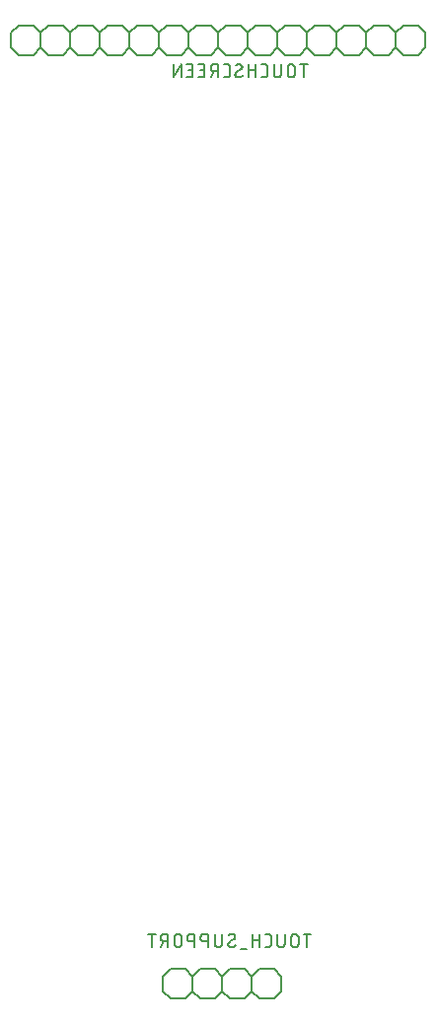
<source format=gbr>
G04 EAGLE Gerber RS-274X export*
G75*
%MOMM*%
%FSLAX34Y34*%
%LPD*%
%INSilkscreen Bottom*%
%IPPOS*%
%AMOC8*
5,1,8,0,0,1.08239X$1,22.5*%
G01*
%ADD10C,0.152400*%
%ADD11C,0.127000*%


D10*
X146050Y883412D02*
X133350Y883412D01*
X127000Y877062D01*
X127000Y864362D01*
X133350Y858012D01*
X171450Y883412D02*
X177800Y877062D01*
X171450Y883412D02*
X158750Y883412D01*
X152400Y877062D01*
X152400Y864362D01*
X158750Y858012D01*
X171450Y858012D01*
X177800Y864362D01*
X152400Y877062D02*
X146050Y883412D01*
X152400Y864362D02*
X146050Y858012D01*
X133350Y858012D01*
X209550Y883412D02*
X222250Y883412D01*
X209550Y883412D02*
X203200Y877062D01*
X203200Y864362D01*
X209550Y858012D01*
X203200Y877062D02*
X196850Y883412D01*
X184150Y883412D01*
X177800Y877062D01*
X177800Y864362D01*
X184150Y858012D01*
X196850Y858012D01*
X203200Y864362D01*
X247650Y883412D02*
X254000Y877062D01*
X247650Y883412D02*
X234950Y883412D01*
X228600Y877062D01*
X228600Y864362D01*
X234950Y858012D01*
X247650Y858012D01*
X254000Y864362D01*
X228600Y877062D02*
X222250Y883412D01*
X228600Y864362D02*
X222250Y858012D01*
X209550Y858012D01*
X285750Y883412D02*
X298450Y883412D01*
X285750Y883412D02*
X279400Y877062D01*
X279400Y864362D01*
X285750Y858012D01*
X279400Y877062D02*
X273050Y883412D01*
X260350Y883412D01*
X254000Y877062D01*
X254000Y864362D01*
X260350Y858012D01*
X273050Y858012D01*
X279400Y864362D01*
X323850Y883412D02*
X330200Y877062D01*
X323850Y883412D02*
X311150Y883412D01*
X304800Y877062D01*
X304800Y864362D01*
X311150Y858012D01*
X323850Y858012D01*
X330200Y864362D01*
X304800Y877062D02*
X298450Y883412D01*
X304800Y864362D02*
X298450Y858012D01*
X285750Y858012D01*
X361950Y883412D02*
X374650Y883412D01*
X361950Y883412D02*
X355600Y877062D01*
X355600Y864362D01*
X361950Y858012D01*
X355600Y877062D02*
X349250Y883412D01*
X336550Y883412D01*
X330200Y877062D01*
X330200Y864362D01*
X336550Y858012D01*
X349250Y858012D01*
X355600Y864362D01*
X400050Y883412D02*
X406400Y877062D01*
X400050Y883412D02*
X387350Y883412D01*
X381000Y877062D01*
X381000Y864362D01*
X387350Y858012D01*
X400050Y858012D01*
X406400Y864362D01*
X381000Y877062D02*
X374650Y883412D01*
X381000Y864362D02*
X374650Y858012D01*
X361950Y858012D01*
X438150Y883412D02*
X450850Y883412D01*
X438150Y883412D02*
X431800Y877062D01*
X431800Y864362D01*
X438150Y858012D01*
X431800Y877062D02*
X425450Y883412D01*
X412750Y883412D01*
X406400Y877062D01*
X406400Y864362D01*
X412750Y858012D01*
X425450Y858012D01*
X431800Y864362D01*
X457200Y864362D02*
X457200Y877062D01*
X450850Y883412D01*
X457200Y864362D02*
X450850Y858012D01*
X438150Y858012D01*
X127000Y877062D02*
X120650Y883412D01*
X107950Y883412D01*
X101600Y877062D01*
X101600Y864362D01*
X107950Y858012D01*
X120650Y858012D01*
X127000Y864362D01*
D11*
X352552Y850265D02*
X352552Y838835D01*
X355727Y850265D02*
X349377Y850265D01*
X345059Y847090D02*
X345059Y842010D01*
X345059Y847090D02*
X345057Y847201D01*
X345051Y847311D01*
X345042Y847422D01*
X345028Y847532D01*
X345011Y847641D01*
X344990Y847750D01*
X344965Y847858D01*
X344936Y847965D01*
X344904Y848071D01*
X344868Y848176D01*
X344828Y848279D01*
X344785Y848381D01*
X344738Y848482D01*
X344687Y848581D01*
X344634Y848678D01*
X344577Y848772D01*
X344516Y848865D01*
X344453Y848956D01*
X344386Y849045D01*
X344316Y849131D01*
X344243Y849214D01*
X344168Y849296D01*
X344090Y849374D01*
X344008Y849449D01*
X343925Y849522D01*
X343839Y849592D01*
X343750Y849659D01*
X343659Y849722D01*
X343566Y849783D01*
X343472Y849840D01*
X343375Y849893D01*
X343276Y849944D01*
X343175Y849991D01*
X343073Y850034D01*
X342970Y850074D01*
X342865Y850110D01*
X342759Y850142D01*
X342652Y850171D01*
X342544Y850196D01*
X342435Y850217D01*
X342326Y850234D01*
X342216Y850248D01*
X342105Y850257D01*
X341995Y850263D01*
X341884Y850265D01*
X341773Y850263D01*
X341663Y850257D01*
X341552Y850248D01*
X341442Y850234D01*
X341333Y850217D01*
X341224Y850196D01*
X341116Y850171D01*
X341009Y850142D01*
X340903Y850110D01*
X340798Y850074D01*
X340695Y850034D01*
X340593Y849991D01*
X340492Y849944D01*
X340393Y849893D01*
X340297Y849840D01*
X340202Y849783D01*
X340109Y849722D01*
X340018Y849659D01*
X339929Y849592D01*
X339843Y849522D01*
X339760Y849449D01*
X339678Y849374D01*
X339600Y849296D01*
X339525Y849214D01*
X339452Y849131D01*
X339382Y849045D01*
X339315Y848956D01*
X339252Y848865D01*
X339191Y848772D01*
X339134Y848678D01*
X339081Y848581D01*
X339030Y848482D01*
X338983Y848381D01*
X338940Y848279D01*
X338900Y848176D01*
X338864Y848071D01*
X338832Y847965D01*
X338803Y847858D01*
X338778Y847750D01*
X338757Y847641D01*
X338740Y847532D01*
X338726Y847422D01*
X338717Y847311D01*
X338711Y847201D01*
X338709Y847090D01*
X338709Y842010D01*
X338711Y841899D01*
X338717Y841789D01*
X338726Y841678D01*
X338740Y841568D01*
X338757Y841459D01*
X338778Y841350D01*
X338803Y841242D01*
X338832Y841135D01*
X338864Y841029D01*
X338900Y840924D01*
X338940Y840821D01*
X338983Y840719D01*
X339030Y840618D01*
X339081Y840519D01*
X339134Y840423D01*
X339191Y840328D01*
X339252Y840235D01*
X339315Y840144D01*
X339382Y840055D01*
X339452Y839969D01*
X339525Y839886D01*
X339600Y839804D01*
X339678Y839726D01*
X339760Y839651D01*
X339843Y839578D01*
X339929Y839508D01*
X340018Y839441D01*
X340109Y839378D01*
X340202Y839317D01*
X340297Y839260D01*
X340393Y839207D01*
X340492Y839156D01*
X340593Y839109D01*
X340695Y839066D01*
X340798Y839026D01*
X340903Y838990D01*
X341009Y838958D01*
X341116Y838929D01*
X341224Y838904D01*
X341333Y838883D01*
X341442Y838866D01*
X341552Y838852D01*
X341663Y838843D01*
X341773Y838837D01*
X341884Y838835D01*
X341995Y838837D01*
X342105Y838843D01*
X342216Y838852D01*
X342326Y838866D01*
X342435Y838883D01*
X342544Y838904D01*
X342652Y838929D01*
X342759Y838958D01*
X342865Y838990D01*
X342970Y839026D01*
X343073Y839066D01*
X343175Y839109D01*
X343276Y839156D01*
X343375Y839207D01*
X343471Y839260D01*
X343566Y839317D01*
X343659Y839378D01*
X343750Y839441D01*
X343839Y839508D01*
X343925Y839578D01*
X344008Y839651D01*
X344090Y839726D01*
X344168Y839804D01*
X344243Y839886D01*
X344316Y839969D01*
X344386Y840055D01*
X344453Y840144D01*
X344516Y840235D01*
X344577Y840328D01*
X344634Y840423D01*
X344687Y840519D01*
X344738Y840618D01*
X344785Y840719D01*
X344828Y840821D01*
X344868Y840924D01*
X344904Y841029D01*
X344936Y841135D01*
X344965Y841242D01*
X344990Y841350D01*
X345011Y841459D01*
X345028Y841568D01*
X345042Y841678D01*
X345051Y841789D01*
X345057Y841899D01*
X345059Y842010D01*
X333248Y842010D02*
X333248Y850265D01*
X333248Y842010D02*
X333246Y841899D01*
X333240Y841789D01*
X333231Y841678D01*
X333217Y841568D01*
X333200Y841459D01*
X333179Y841350D01*
X333154Y841242D01*
X333125Y841135D01*
X333093Y841029D01*
X333057Y840924D01*
X333017Y840821D01*
X332974Y840719D01*
X332927Y840618D01*
X332876Y840519D01*
X332823Y840423D01*
X332766Y840328D01*
X332705Y840235D01*
X332642Y840144D01*
X332575Y840055D01*
X332505Y839969D01*
X332432Y839886D01*
X332357Y839804D01*
X332279Y839726D01*
X332197Y839651D01*
X332114Y839578D01*
X332028Y839508D01*
X331939Y839441D01*
X331848Y839378D01*
X331755Y839317D01*
X331660Y839260D01*
X331564Y839207D01*
X331465Y839156D01*
X331364Y839109D01*
X331262Y839066D01*
X331159Y839026D01*
X331054Y838990D01*
X330948Y838958D01*
X330841Y838929D01*
X330733Y838904D01*
X330624Y838883D01*
X330515Y838866D01*
X330405Y838852D01*
X330294Y838843D01*
X330184Y838837D01*
X330073Y838835D01*
X329962Y838837D01*
X329852Y838843D01*
X329741Y838852D01*
X329631Y838866D01*
X329522Y838883D01*
X329413Y838904D01*
X329305Y838929D01*
X329198Y838958D01*
X329092Y838990D01*
X328987Y839026D01*
X328884Y839066D01*
X328782Y839109D01*
X328681Y839156D01*
X328582Y839207D01*
X328486Y839260D01*
X328391Y839317D01*
X328298Y839378D01*
X328207Y839441D01*
X328118Y839508D01*
X328032Y839578D01*
X327949Y839651D01*
X327867Y839726D01*
X327789Y839804D01*
X327714Y839886D01*
X327641Y839969D01*
X327571Y840055D01*
X327504Y840144D01*
X327441Y840235D01*
X327380Y840328D01*
X327323Y840423D01*
X327270Y840519D01*
X327219Y840618D01*
X327172Y840719D01*
X327129Y840821D01*
X327089Y840924D01*
X327053Y841029D01*
X327021Y841135D01*
X326992Y841242D01*
X326967Y841350D01*
X326946Y841459D01*
X326929Y841568D01*
X326915Y841678D01*
X326906Y841789D01*
X326900Y841899D01*
X326898Y842010D01*
X326898Y850265D01*
X318934Y838835D02*
X316394Y838835D01*
X318934Y838835D02*
X319034Y838837D01*
X319133Y838843D01*
X319233Y838853D01*
X319331Y838866D01*
X319430Y838884D01*
X319527Y838905D01*
X319623Y838930D01*
X319719Y838959D01*
X319813Y838992D01*
X319906Y839028D01*
X319997Y839068D01*
X320087Y839112D01*
X320175Y839159D01*
X320261Y839209D01*
X320345Y839263D01*
X320427Y839320D01*
X320506Y839380D01*
X320584Y839444D01*
X320658Y839510D01*
X320730Y839579D01*
X320799Y839651D01*
X320865Y839725D01*
X320929Y839803D01*
X320989Y839882D01*
X321046Y839964D01*
X321100Y840048D01*
X321150Y840134D01*
X321197Y840222D01*
X321241Y840312D01*
X321281Y840403D01*
X321317Y840496D01*
X321350Y840590D01*
X321379Y840686D01*
X321404Y840782D01*
X321425Y840879D01*
X321443Y840978D01*
X321456Y841076D01*
X321466Y841176D01*
X321472Y841275D01*
X321474Y841375D01*
X321474Y847725D01*
X321472Y847825D01*
X321466Y847924D01*
X321456Y848024D01*
X321443Y848122D01*
X321425Y848221D01*
X321404Y848318D01*
X321379Y848414D01*
X321350Y848510D01*
X321317Y848604D01*
X321281Y848697D01*
X321241Y848788D01*
X321197Y848878D01*
X321150Y848966D01*
X321100Y849052D01*
X321046Y849136D01*
X320989Y849218D01*
X320929Y849297D01*
X320865Y849375D01*
X320799Y849449D01*
X320730Y849521D01*
X320658Y849590D01*
X320584Y849656D01*
X320506Y849720D01*
X320427Y849780D01*
X320345Y849837D01*
X320261Y849891D01*
X320175Y849941D01*
X320087Y849988D01*
X319997Y850032D01*
X319906Y850072D01*
X319813Y850108D01*
X319719Y850141D01*
X319623Y850170D01*
X319527Y850195D01*
X319430Y850216D01*
X319331Y850234D01*
X319233Y850247D01*
X319133Y850257D01*
X319034Y850263D01*
X318934Y850265D01*
X316394Y850265D01*
X311531Y850265D02*
X311531Y838835D01*
X311531Y845185D02*
X305181Y845185D01*
X305181Y850265D02*
X305181Y838835D01*
X296291Y838835D02*
X296191Y838837D01*
X296092Y838843D01*
X295992Y838853D01*
X295894Y838866D01*
X295795Y838884D01*
X295698Y838905D01*
X295602Y838930D01*
X295506Y838959D01*
X295412Y838992D01*
X295319Y839028D01*
X295228Y839068D01*
X295138Y839112D01*
X295050Y839159D01*
X294964Y839209D01*
X294880Y839263D01*
X294798Y839320D01*
X294719Y839380D01*
X294641Y839444D01*
X294567Y839510D01*
X294495Y839579D01*
X294426Y839651D01*
X294360Y839725D01*
X294296Y839803D01*
X294236Y839882D01*
X294179Y839964D01*
X294125Y840048D01*
X294075Y840134D01*
X294028Y840222D01*
X293984Y840312D01*
X293944Y840403D01*
X293908Y840496D01*
X293875Y840590D01*
X293846Y840686D01*
X293821Y840782D01*
X293800Y840879D01*
X293782Y840978D01*
X293769Y841076D01*
X293759Y841176D01*
X293753Y841275D01*
X293751Y841375D01*
X296291Y838835D02*
X296432Y838837D01*
X296573Y838842D01*
X296714Y838852D01*
X296855Y838865D01*
X296995Y838881D01*
X297135Y838902D01*
X297274Y838926D01*
X297413Y838954D01*
X297550Y838985D01*
X297687Y839020D01*
X297823Y839058D01*
X297958Y839100D01*
X298091Y839146D01*
X298224Y839195D01*
X298355Y839248D01*
X298484Y839304D01*
X298613Y839363D01*
X298739Y839426D01*
X298864Y839492D01*
X298987Y839561D01*
X299108Y839634D01*
X299227Y839710D01*
X299345Y839789D01*
X299460Y839870D01*
X299572Y839955D01*
X299683Y840043D01*
X299791Y840134D01*
X299897Y840227D01*
X300000Y840324D01*
X300101Y840423D01*
X299784Y847725D02*
X299782Y847825D01*
X299776Y847924D01*
X299766Y848024D01*
X299753Y848122D01*
X299735Y848221D01*
X299714Y848318D01*
X299689Y848414D01*
X299660Y848510D01*
X299627Y848604D01*
X299591Y848697D01*
X299551Y848788D01*
X299507Y848878D01*
X299460Y848966D01*
X299410Y849052D01*
X299356Y849136D01*
X299299Y849218D01*
X299239Y849297D01*
X299175Y849375D01*
X299109Y849449D01*
X299040Y849521D01*
X298968Y849590D01*
X298894Y849656D01*
X298816Y849720D01*
X298737Y849780D01*
X298655Y849837D01*
X298571Y849891D01*
X298485Y849941D01*
X298397Y849988D01*
X298307Y850032D01*
X298216Y850072D01*
X298123Y850108D01*
X298029Y850141D01*
X297933Y850170D01*
X297837Y850195D01*
X297740Y850216D01*
X297641Y850234D01*
X297543Y850247D01*
X297443Y850257D01*
X297344Y850263D01*
X297244Y850265D01*
X297244Y850266D02*
X297111Y850264D01*
X296978Y850259D01*
X296845Y850249D01*
X296712Y850236D01*
X296580Y850219D01*
X296448Y850199D01*
X296317Y850175D01*
X296187Y850147D01*
X296057Y850116D01*
X295929Y850081D01*
X295801Y850042D01*
X295675Y850000D01*
X295550Y849954D01*
X295426Y849905D01*
X295303Y849853D01*
X295182Y849797D01*
X295063Y849737D01*
X294945Y849675D01*
X294830Y849609D01*
X294716Y849540D01*
X294604Y849467D01*
X294494Y849392D01*
X294386Y849313D01*
X298514Y845502D02*
X298598Y845554D01*
X298681Y845609D01*
X298761Y845668D01*
X298839Y845729D01*
X298914Y845793D01*
X298987Y845861D01*
X299058Y845931D01*
X299125Y846003D01*
X299190Y846078D01*
X299252Y846156D01*
X299311Y846236D01*
X299367Y846318D01*
X299419Y846402D01*
X299468Y846488D01*
X299514Y846576D01*
X299557Y846666D01*
X299596Y846757D01*
X299631Y846850D01*
X299663Y846944D01*
X299691Y847039D01*
X299716Y847135D01*
X299736Y847232D01*
X299754Y847330D01*
X299767Y847428D01*
X299776Y847527D01*
X299782Y847626D01*
X299784Y847725D01*
X295021Y843598D02*
X294937Y843546D01*
X294854Y843491D01*
X294774Y843432D01*
X294696Y843371D01*
X294621Y843307D01*
X294548Y843239D01*
X294477Y843169D01*
X294410Y843097D01*
X294345Y843022D01*
X294283Y842944D01*
X294224Y842864D01*
X294168Y842782D01*
X294116Y842698D01*
X294067Y842612D01*
X294021Y842524D01*
X293978Y842434D01*
X293939Y842343D01*
X293904Y842250D01*
X293872Y842156D01*
X293844Y842061D01*
X293819Y841965D01*
X293799Y841868D01*
X293781Y841770D01*
X293768Y841672D01*
X293759Y841573D01*
X293753Y841474D01*
X293751Y841375D01*
X295021Y843598D02*
X298514Y845503D01*
X286549Y838835D02*
X284009Y838835D01*
X286549Y838835D02*
X286649Y838837D01*
X286748Y838843D01*
X286848Y838853D01*
X286946Y838866D01*
X287045Y838884D01*
X287142Y838905D01*
X287238Y838930D01*
X287334Y838959D01*
X287428Y838992D01*
X287521Y839028D01*
X287612Y839068D01*
X287702Y839112D01*
X287790Y839159D01*
X287876Y839209D01*
X287960Y839263D01*
X288042Y839320D01*
X288121Y839380D01*
X288199Y839444D01*
X288273Y839510D01*
X288345Y839579D01*
X288414Y839651D01*
X288480Y839725D01*
X288544Y839803D01*
X288604Y839882D01*
X288661Y839964D01*
X288715Y840048D01*
X288765Y840134D01*
X288812Y840222D01*
X288856Y840312D01*
X288896Y840403D01*
X288932Y840496D01*
X288965Y840590D01*
X288994Y840686D01*
X289019Y840782D01*
X289040Y840879D01*
X289058Y840978D01*
X289071Y841076D01*
X289081Y841176D01*
X289087Y841275D01*
X289089Y841375D01*
X289089Y847725D01*
X289087Y847825D01*
X289081Y847924D01*
X289071Y848024D01*
X289058Y848122D01*
X289040Y848221D01*
X289019Y848318D01*
X288994Y848414D01*
X288965Y848510D01*
X288932Y848604D01*
X288896Y848697D01*
X288856Y848788D01*
X288812Y848878D01*
X288765Y848966D01*
X288715Y849052D01*
X288661Y849136D01*
X288604Y849218D01*
X288544Y849297D01*
X288480Y849375D01*
X288414Y849449D01*
X288345Y849521D01*
X288273Y849590D01*
X288199Y849656D01*
X288121Y849720D01*
X288042Y849780D01*
X287960Y849837D01*
X287876Y849891D01*
X287790Y849941D01*
X287702Y849988D01*
X287612Y850032D01*
X287521Y850072D01*
X287428Y850108D01*
X287334Y850141D01*
X287238Y850170D01*
X287142Y850195D01*
X287045Y850216D01*
X286946Y850234D01*
X286848Y850247D01*
X286748Y850257D01*
X286649Y850263D01*
X286549Y850265D01*
X284009Y850265D01*
X279063Y850265D02*
X279063Y838835D01*
X279063Y850265D02*
X275888Y850265D01*
X275777Y850263D01*
X275667Y850257D01*
X275556Y850248D01*
X275446Y850234D01*
X275337Y850217D01*
X275228Y850196D01*
X275120Y850171D01*
X275013Y850142D01*
X274907Y850110D01*
X274802Y850074D01*
X274699Y850034D01*
X274597Y849991D01*
X274496Y849944D01*
X274397Y849893D01*
X274301Y849840D01*
X274206Y849783D01*
X274113Y849722D01*
X274022Y849659D01*
X273933Y849592D01*
X273847Y849522D01*
X273764Y849449D01*
X273682Y849374D01*
X273604Y849296D01*
X273529Y849214D01*
X273456Y849131D01*
X273386Y849045D01*
X273319Y848956D01*
X273256Y848865D01*
X273195Y848772D01*
X273138Y848678D01*
X273085Y848581D01*
X273034Y848482D01*
X272987Y848381D01*
X272944Y848279D01*
X272904Y848176D01*
X272868Y848071D01*
X272836Y847965D01*
X272807Y847858D01*
X272782Y847750D01*
X272761Y847641D01*
X272744Y847532D01*
X272730Y847422D01*
X272721Y847311D01*
X272715Y847201D01*
X272713Y847090D01*
X272715Y846979D01*
X272721Y846869D01*
X272730Y846758D01*
X272744Y846648D01*
X272761Y846539D01*
X272782Y846430D01*
X272807Y846322D01*
X272836Y846215D01*
X272868Y846109D01*
X272904Y846004D01*
X272944Y845901D01*
X272987Y845799D01*
X273034Y845698D01*
X273085Y845599D01*
X273138Y845503D01*
X273195Y845408D01*
X273256Y845315D01*
X273319Y845224D01*
X273386Y845135D01*
X273456Y845049D01*
X273529Y844966D01*
X273604Y844884D01*
X273682Y844806D01*
X273764Y844731D01*
X273847Y844658D01*
X273933Y844588D01*
X274022Y844521D01*
X274113Y844458D01*
X274206Y844397D01*
X274301Y844340D01*
X274397Y844287D01*
X274496Y844236D01*
X274597Y844189D01*
X274699Y844146D01*
X274802Y844106D01*
X274907Y844070D01*
X275013Y844038D01*
X275120Y844009D01*
X275228Y843984D01*
X275337Y843963D01*
X275446Y843946D01*
X275556Y843932D01*
X275667Y843923D01*
X275777Y843917D01*
X275888Y843915D01*
X279063Y843915D01*
X275253Y843915D02*
X272713Y838835D01*
X267310Y838835D02*
X262230Y838835D01*
X267310Y838835D02*
X267310Y850265D01*
X262230Y850265D01*
X263500Y845185D02*
X267310Y845185D01*
X257404Y838835D02*
X252324Y838835D01*
X257404Y838835D02*
X257404Y850265D01*
X252324Y850265D01*
X253594Y845185D02*
X257404Y845185D01*
X247523Y850265D02*
X247523Y838835D01*
X241173Y838835D02*
X247523Y850265D01*
X241173Y850265D02*
X241173Y838835D01*
D10*
X276098Y73406D02*
X282448Y67056D01*
X276098Y73406D02*
X263398Y73406D01*
X257048Y67056D01*
X257048Y54356D01*
X263398Y48006D01*
X276098Y48006D01*
X282448Y54356D01*
X314198Y73406D02*
X326898Y73406D01*
X314198Y73406D02*
X307848Y67056D01*
X307848Y54356D01*
X314198Y48006D01*
X307848Y67056D02*
X301498Y73406D01*
X288798Y73406D01*
X282448Y67056D01*
X282448Y54356D01*
X288798Y48006D01*
X301498Y48006D01*
X307848Y54356D01*
X333248Y54356D02*
X333248Y67056D01*
X326898Y73406D01*
X333248Y54356D02*
X326898Y48006D01*
X314198Y48006D01*
X250698Y73406D02*
X237998Y73406D01*
X231648Y67056D01*
X231648Y54356D01*
X237998Y48006D01*
X257048Y67056D02*
X250698Y73406D01*
X257048Y54356D02*
X250698Y48006D01*
X237998Y48006D01*
D11*
X355600Y92329D02*
X355600Y103759D01*
X358775Y103759D02*
X352425Y103759D01*
X348107Y100584D02*
X348107Y95504D01*
X348107Y100584D02*
X348105Y100695D01*
X348099Y100805D01*
X348090Y100916D01*
X348076Y101026D01*
X348059Y101135D01*
X348038Y101244D01*
X348013Y101352D01*
X347984Y101459D01*
X347952Y101565D01*
X347916Y101670D01*
X347876Y101773D01*
X347833Y101875D01*
X347786Y101976D01*
X347735Y102075D01*
X347682Y102172D01*
X347625Y102266D01*
X347564Y102359D01*
X347501Y102450D01*
X347434Y102539D01*
X347364Y102625D01*
X347291Y102708D01*
X347216Y102790D01*
X347138Y102868D01*
X347056Y102943D01*
X346973Y103016D01*
X346887Y103086D01*
X346798Y103153D01*
X346707Y103216D01*
X346614Y103277D01*
X346520Y103334D01*
X346423Y103387D01*
X346324Y103438D01*
X346223Y103485D01*
X346121Y103528D01*
X346018Y103568D01*
X345913Y103604D01*
X345807Y103636D01*
X345700Y103665D01*
X345592Y103690D01*
X345483Y103711D01*
X345374Y103728D01*
X345264Y103742D01*
X345153Y103751D01*
X345043Y103757D01*
X344932Y103759D01*
X344821Y103757D01*
X344711Y103751D01*
X344600Y103742D01*
X344490Y103728D01*
X344381Y103711D01*
X344272Y103690D01*
X344164Y103665D01*
X344057Y103636D01*
X343951Y103604D01*
X343846Y103568D01*
X343743Y103528D01*
X343641Y103485D01*
X343540Y103438D01*
X343441Y103387D01*
X343345Y103334D01*
X343250Y103277D01*
X343157Y103216D01*
X343066Y103153D01*
X342977Y103086D01*
X342891Y103016D01*
X342808Y102943D01*
X342726Y102868D01*
X342648Y102790D01*
X342573Y102708D01*
X342500Y102625D01*
X342430Y102539D01*
X342363Y102450D01*
X342300Y102359D01*
X342239Y102266D01*
X342182Y102171D01*
X342129Y102075D01*
X342078Y101976D01*
X342031Y101875D01*
X341988Y101773D01*
X341948Y101670D01*
X341912Y101565D01*
X341880Y101459D01*
X341851Y101352D01*
X341826Y101244D01*
X341805Y101135D01*
X341788Y101026D01*
X341774Y100916D01*
X341765Y100805D01*
X341759Y100695D01*
X341757Y100584D01*
X341757Y95504D01*
X341759Y95393D01*
X341765Y95283D01*
X341774Y95172D01*
X341788Y95062D01*
X341805Y94953D01*
X341826Y94844D01*
X341851Y94736D01*
X341880Y94629D01*
X341912Y94523D01*
X341948Y94418D01*
X341988Y94315D01*
X342031Y94213D01*
X342078Y94112D01*
X342129Y94013D01*
X342182Y93917D01*
X342239Y93822D01*
X342300Y93729D01*
X342363Y93638D01*
X342430Y93549D01*
X342500Y93463D01*
X342573Y93380D01*
X342648Y93298D01*
X342726Y93220D01*
X342808Y93145D01*
X342891Y93072D01*
X342977Y93002D01*
X343066Y92935D01*
X343157Y92872D01*
X343250Y92811D01*
X343345Y92754D01*
X343441Y92701D01*
X343540Y92650D01*
X343641Y92603D01*
X343743Y92560D01*
X343846Y92520D01*
X343951Y92484D01*
X344057Y92452D01*
X344164Y92423D01*
X344272Y92398D01*
X344381Y92377D01*
X344490Y92360D01*
X344600Y92346D01*
X344711Y92337D01*
X344821Y92331D01*
X344932Y92329D01*
X345043Y92331D01*
X345153Y92337D01*
X345264Y92346D01*
X345374Y92360D01*
X345483Y92377D01*
X345592Y92398D01*
X345700Y92423D01*
X345807Y92452D01*
X345913Y92484D01*
X346018Y92520D01*
X346121Y92560D01*
X346223Y92603D01*
X346324Y92650D01*
X346423Y92701D01*
X346519Y92754D01*
X346614Y92811D01*
X346707Y92872D01*
X346798Y92935D01*
X346887Y93002D01*
X346973Y93072D01*
X347056Y93145D01*
X347138Y93220D01*
X347216Y93298D01*
X347291Y93380D01*
X347364Y93463D01*
X347434Y93549D01*
X347501Y93638D01*
X347564Y93729D01*
X347625Y93822D01*
X347682Y93916D01*
X347735Y94013D01*
X347786Y94112D01*
X347833Y94213D01*
X347876Y94315D01*
X347916Y94418D01*
X347952Y94523D01*
X347984Y94629D01*
X348013Y94736D01*
X348038Y94844D01*
X348059Y94953D01*
X348076Y95062D01*
X348090Y95172D01*
X348099Y95283D01*
X348105Y95393D01*
X348107Y95504D01*
X336296Y95504D02*
X336296Y103759D01*
X336296Y95504D02*
X336294Y95393D01*
X336288Y95283D01*
X336279Y95172D01*
X336265Y95062D01*
X336248Y94953D01*
X336227Y94844D01*
X336202Y94736D01*
X336173Y94629D01*
X336141Y94523D01*
X336105Y94418D01*
X336065Y94315D01*
X336022Y94213D01*
X335975Y94112D01*
X335924Y94013D01*
X335871Y93916D01*
X335814Y93822D01*
X335753Y93729D01*
X335690Y93638D01*
X335623Y93549D01*
X335553Y93463D01*
X335480Y93380D01*
X335405Y93298D01*
X335327Y93220D01*
X335245Y93145D01*
X335162Y93072D01*
X335076Y93002D01*
X334987Y92935D01*
X334896Y92872D01*
X334803Y92811D01*
X334708Y92754D01*
X334612Y92701D01*
X334513Y92650D01*
X334412Y92603D01*
X334310Y92560D01*
X334207Y92520D01*
X334102Y92484D01*
X333996Y92452D01*
X333889Y92423D01*
X333781Y92398D01*
X333672Y92377D01*
X333563Y92360D01*
X333453Y92346D01*
X333342Y92337D01*
X333232Y92331D01*
X333121Y92329D01*
X333010Y92331D01*
X332900Y92337D01*
X332789Y92346D01*
X332679Y92360D01*
X332570Y92377D01*
X332461Y92398D01*
X332353Y92423D01*
X332246Y92452D01*
X332140Y92484D01*
X332035Y92520D01*
X331932Y92560D01*
X331830Y92603D01*
X331729Y92650D01*
X331630Y92701D01*
X331534Y92754D01*
X331439Y92811D01*
X331346Y92872D01*
X331255Y92935D01*
X331166Y93002D01*
X331080Y93072D01*
X330997Y93145D01*
X330915Y93220D01*
X330837Y93298D01*
X330762Y93380D01*
X330689Y93463D01*
X330619Y93549D01*
X330552Y93638D01*
X330489Y93729D01*
X330428Y93822D01*
X330371Y93917D01*
X330318Y94013D01*
X330267Y94112D01*
X330220Y94213D01*
X330177Y94315D01*
X330137Y94418D01*
X330101Y94523D01*
X330069Y94629D01*
X330040Y94736D01*
X330015Y94844D01*
X329994Y94953D01*
X329977Y95062D01*
X329963Y95172D01*
X329954Y95283D01*
X329948Y95393D01*
X329946Y95504D01*
X329946Y103759D01*
X321982Y92329D02*
X319442Y92329D01*
X321982Y92329D02*
X322082Y92331D01*
X322181Y92337D01*
X322281Y92347D01*
X322379Y92360D01*
X322478Y92378D01*
X322575Y92399D01*
X322671Y92424D01*
X322767Y92453D01*
X322861Y92486D01*
X322954Y92522D01*
X323045Y92562D01*
X323135Y92606D01*
X323223Y92653D01*
X323309Y92703D01*
X323393Y92757D01*
X323475Y92814D01*
X323554Y92874D01*
X323632Y92938D01*
X323706Y93004D01*
X323778Y93073D01*
X323847Y93145D01*
X323913Y93219D01*
X323977Y93297D01*
X324037Y93376D01*
X324094Y93458D01*
X324148Y93542D01*
X324198Y93628D01*
X324245Y93716D01*
X324289Y93806D01*
X324329Y93897D01*
X324365Y93990D01*
X324398Y94084D01*
X324427Y94180D01*
X324452Y94276D01*
X324473Y94373D01*
X324491Y94472D01*
X324504Y94570D01*
X324514Y94670D01*
X324520Y94769D01*
X324522Y94869D01*
X324522Y101219D01*
X324520Y101319D01*
X324514Y101418D01*
X324504Y101518D01*
X324491Y101616D01*
X324473Y101715D01*
X324452Y101812D01*
X324427Y101908D01*
X324398Y102004D01*
X324365Y102098D01*
X324329Y102191D01*
X324289Y102282D01*
X324245Y102372D01*
X324198Y102460D01*
X324148Y102546D01*
X324094Y102630D01*
X324037Y102712D01*
X323977Y102791D01*
X323913Y102869D01*
X323847Y102943D01*
X323778Y103015D01*
X323706Y103084D01*
X323632Y103150D01*
X323554Y103214D01*
X323475Y103274D01*
X323393Y103331D01*
X323309Y103385D01*
X323223Y103435D01*
X323135Y103482D01*
X323045Y103526D01*
X322954Y103566D01*
X322861Y103602D01*
X322767Y103635D01*
X322671Y103664D01*
X322575Y103689D01*
X322478Y103710D01*
X322379Y103728D01*
X322281Y103741D01*
X322181Y103751D01*
X322082Y103757D01*
X321982Y103759D01*
X319442Y103759D01*
X314579Y103759D02*
X314579Y92329D01*
X314579Y98679D02*
X308229Y98679D01*
X308229Y103759D02*
X308229Y92329D01*
X303276Y91059D02*
X298196Y91059D01*
X290195Y92329D02*
X290095Y92331D01*
X289996Y92337D01*
X289896Y92347D01*
X289798Y92360D01*
X289699Y92378D01*
X289602Y92399D01*
X289506Y92424D01*
X289410Y92453D01*
X289316Y92486D01*
X289223Y92522D01*
X289132Y92562D01*
X289042Y92606D01*
X288954Y92653D01*
X288868Y92703D01*
X288784Y92757D01*
X288702Y92814D01*
X288623Y92874D01*
X288545Y92938D01*
X288471Y93004D01*
X288399Y93073D01*
X288330Y93145D01*
X288264Y93219D01*
X288200Y93297D01*
X288140Y93376D01*
X288083Y93458D01*
X288029Y93542D01*
X287979Y93628D01*
X287932Y93716D01*
X287888Y93806D01*
X287848Y93897D01*
X287812Y93990D01*
X287779Y94084D01*
X287750Y94180D01*
X287725Y94276D01*
X287704Y94373D01*
X287686Y94472D01*
X287673Y94570D01*
X287663Y94670D01*
X287657Y94769D01*
X287655Y94869D01*
X290195Y92329D02*
X290336Y92331D01*
X290477Y92336D01*
X290618Y92346D01*
X290759Y92359D01*
X290899Y92375D01*
X291039Y92396D01*
X291178Y92420D01*
X291317Y92448D01*
X291454Y92479D01*
X291591Y92514D01*
X291727Y92552D01*
X291862Y92594D01*
X291995Y92640D01*
X292128Y92689D01*
X292259Y92742D01*
X292388Y92798D01*
X292517Y92857D01*
X292643Y92920D01*
X292768Y92986D01*
X292891Y93055D01*
X293012Y93128D01*
X293131Y93204D01*
X293249Y93283D01*
X293364Y93364D01*
X293476Y93449D01*
X293587Y93537D01*
X293695Y93628D01*
X293801Y93721D01*
X293904Y93818D01*
X294005Y93917D01*
X293688Y101219D02*
X293686Y101319D01*
X293680Y101418D01*
X293670Y101518D01*
X293657Y101616D01*
X293639Y101715D01*
X293618Y101812D01*
X293593Y101908D01*
X293564Y102004D01*
X293531Y102098D01*
X293495Y102191D01*
X293455Y102282D01*
X293411Y102372D01*
X293364Y102460D01*
X293314Y102546D01*
X293260Y102630D01*
X293203Y102712D01*
X293143Y102791D01*
X293079Y102869D01*
X293013Y102943D01*
X292944Y103015D01*
X292872Y103084D01*
X292798Y103150D01*
X292720Y103214D01*
X292641Y103274D01*
X292559Y103331D01*
X292475Y103385D01*
X292389Y103435D01*
X292301Y103482D01*
X292211Y103526D01*
X292120Y103566D01*
X292027Y103602D01*
X291933Y103635D01*
X291837Y103664D01*
X291741Y103689D01*
X291644Y103710D01*
X291545Y103728D01*
X291447Y103741D01*
X291347Y103751D01*
X291248Y103757D01*
X291148Y103759D01*
X291148Y103760D02*
X291015Y103758D01*
X290882Y103753D01*
X290749Y103743D01*
X290616Y103730D01*
X290484Y103713D01*
X290352Y103693D01*
X290221Y103669D01*
X290091Y103641D01*
X289961Y103610D01*
X289833Y103575D01*
X289705Y103536D01*
X289579Y103494D01*
X289454Y103448D01*
X289330Y103399D01*
X289207Y103347D01*
X289086Y103291D01*
X288967Y103231D01*
X288849Y103169D01*
X288734Y103103D01*
X288620Y103034D01*
X288508Y102961D01*
X288398Y102886D01*
X288290Y102807D01*
X292418Y98996D02*
X292502Y99048D01*
X292585Y99103D01*
X292665Y99162D01*
X292743Y99223D01*
X292818Y99287D01*
X292891Y99355D01*
X292962Y99425D01*
X293029Y99497D01*
X293094Y99572D01*
X293156Y99650D01*
X293215Y99730D01*
X293271Y99812D01*
X293323Y99896D01*
X293372Y99982D01*
X293418Y100070D01*
X293461Y100160D01*
X293500Y100251D01*
X293535Y100344D01*
X293567Y100438D01*
X293595Y100533D01*
X293620Y100629D01*
X293640Y100726D01*
X293658Y100824D01*
X293671Y100922D01*
X293680Y101021D01*
X293686Y101120D01*
X293688Y101219D01*
X288925Y97092D02*
X288841Y97040D01*
X288758Y96985D01*
X288678Y96926D01*
X288600Y96865D01*
X288525Y96801D01*
X288452Y96733D01*
X288381Y96663D01*
X288314Y96591D01*
X288249Y96516D01*
X288187Y96438D01*
X288128Y96358D01*
X288072Y96276D01*
X288020Y96192D01*
X287971Y96106D01*
X287925Y96018D01*
X287882Y95928D01*
X287843Y95837D01*
X287808Y95744D01*
X287776Y95650D01*
X287748Y95555D01*
X287723Y95459D01*
X287703Y95362D01*
X287685Y95264D01*
X287672Y95166D01*
X287663Y95067D01*
X287657Y94968D01*
X287655Y94869D01*
X288925Y97092D02*
X292418Y98997D01*
X282575Y95504D02*
X282575Y103759D01*
X282575Y95504D02*
X282573Y95393D01*
X282567Y95283D01*
X282558Y95172D01*
X282544Y95062D01*
X282527Y94953D01*
X282506Y94844D01*
X282481Y94736D01*
X282452Y94629D01*
X282420Y94523D01*
X282384Y94418D01*
X282344Y94315D01*
X282301Y94213D01*
X282254Y94112D01*
X282203Y94013D01*
X282150Y93916D01*
X282093Y93822D01*
X282032Y93729D01*
X281969Y93638D01*
X281902Y93549D01*
X281832Y93463D01*
X281759Y93380D01*
X281684Y93298D01*
X281606Y93220D01*
X281524Y93145D01*
X281441Y93072D01*
X281355Y93002D01*
X281266Y92935D01*
X281175Y92872D01*
X281082Y92811D01*
X280987Y92754D01*
X280891Y92701D01*
X280792Y92650D01*
X280691Y92603D01*
X280589Y92560D01*
X280486Y92520D01*
X280381Y92484D01*
X280275Y92452D01*
X280168Y92423D01*
X280060Y92398D01*
X279951Y92377D01*
X279842Y92360D01*
X279732Y92346D01*
X279621Y92337D01*
X279511Y92331D01*
X279400Y92329D01*
X279289Y92331D01*
X279179Y92337D01*
X279068Y92346D01*
X278958Y92360D01*
X278849Y92377D01*
X278740Y92398D01*
X278632Y92423D01*
X278525Y92452D01*
X278419Y92484D01*
X278314Y92520D01*
X278211Y92560D01*
X278109Y92603D01*
X278008Y92650D01*
X277909Y92701D01*
X277813Y92754D01*
X277718Y92811D01*
X277625Y92872D01*
X277534Y92935D01*
X277445Y93002D01*
X277359Y93072D01*
X277276Y93145D01*
X277194Y93220D01*
X277116Y93298D01*
X277041Y93380D01*
X276968Y93463D01*
X276898Y93549D01*
X276831Y93638D01*
X276768Y93729D01*
X276707Y93822D01*
X276650Y93917D01*
X276597Y94013D01*
X276546Y94112D01*
X276499Y94213D01*
X276456Y94315D01*
X276416Y94418D01*
X276380Y94523D01*
X276348Y94629D01*
X276319Y94736D01*
X276294Y94844D01*
X276273Y94953D01*
X276256Y95062D01*
X276242Y95172D01*
X276233Y95283D01*
X276227Y95393D01*
X276225Y95504D01*
X276225Y103759D01*
X270193Y103759D02*
X270193Y92329D01*
X270193Y103759D02*
X267018Y103759D01*
X266907Y103757D01*
X266797Y103751D01*
X266686Y103742D01*
X266576Y103728D01*
X266467Y103711D01*
X266358Y103690D01*
X266250Y103665D01*
X266143Y103636D01*
X266037Y103604D01*
X265932Y103568D01*
X265829Y103528D01*
X265727Y103485D01*
X265626Y103438D01*
X265527Y103387D01*
X265431Y103334D01*
X265336Y103277D01*
X265243Y103216D01*
X265152Y103153D01*
X265063Y103086D01*
X264977Y103016D01*
X264894Y102943D01*
X264812Y102868D01*
X264734Y102790D01*
X264659Y102708D01*
X264586Y102625D01*
X264516Y102539D01*
X264449Y102450D01*
X264386Y102359D01*
X264325Y102266D01*
X264268Y102172D01*
X264215Y102075D01*
X264164Y101976D01*
X264117Y101875D01*
X264074Y101773D01*
X264034Y101670D01*
X263998Y101565D01*
X263966Y101459D01*
X263937Y101352D01*
X263912Y101244D01*
X263891Y101135D01*
X263874Y101026D01*
X263860Y100916D01*
X263851Y100805D01*
X263845Y100695D01*
X263843Y100584D01*
X263845Y100473D01*
X263851Y100363D01*
X263860Y100252D01*
X263874Y100142D01*
X263891Y100033D01*
X263912Y99924D01*
X263937Y99816D01*
X263966Y99709D01*
X263998Y99603D01*
X264034Y99498D01*
X264074Y99395D01*
X264117Y99293D01*
X264164Y99192D01*
X264215Y99093D01*
X264268Y98996D01*
X264325Y98902D01*
X264386Y98809D01*
X264449Y98718D01*
X264516Y98629D01*
X264586Y98543D01*
X264659Y98460D01*
X264734Y98378D01*
X264812Y98300D01*
X264894Y98225D01*
X264977Y98152D01*
X265063Y98082D01*
X265152Y98015D01*
X265243Y97952D01*
X265336Y97891D01*
X265431Y97834D01*
X265527Y97781D01*
X265626Y97730D01*
X265727Y97683D01*
X265829Y97640D01*
X265932Y97600D01*
X266037Y97564D01*
X266143Y97532D01*
X266250Y97503D01*
X266358Y97478D01*
X266467Y97457D01*
X266576Y97440D01*
X266686Y97426D01*
X266797Y97417D01*
X266907Y97411D01*
X267018Y97409D01*
X270193Y97409D01*
X258763Y92329D02*
X258763Y103759D01*
X255588Y103759D01*
X255477Y103757D01*
X255367Y103751D01*
X255256Y103742D01*
X255146Y103728D01*
X255037Y103711D01*
X254928Y103690D01*
X254820Y103665D01*
X254713Y103636D01*
X254607Y103604D01*
X254502Y103568D01*
X254399Y103528D01*
X254297Y103485D01*
X254196Y103438D01*
X254097Y103387D01*
X254001Y103334D01*
X253906Y103277D01*
X253813Y103216D01*
X253722Y103153D01*
X253633Y103086D01*
X253547Y103016D01*
X253464Y102943D01*
X253382Y102868D01*
X253304Y102790D01*
X253229Y102708D01*
X253156Y102625D01*
X253086Y102539D01*
X253019Y102450D01*
X252956Y102359D01*
X252895Y102266D01*
X252838Y102172D01*
X252785Y102075D01*
X252734Y101976D01*
X252687Y101875D01*
X252644Y101773D01*
X252604Y101670D01*
X252568Y101565D01*
X252536Y101459D01*
X252507Y101352D01*
X252482Y101244D01*
X252461Y101135D01*
X252444Y101026D01*
X252430Y100916D01*
X252421Y100805D01*
X252415Y100695D01*
X252413Y100584D01*
X252415Y100473D01*
X252421Y100363D01*
X252430Y100252D01*
X252444Y100142D01*
X252461Y100033D01*
X252482Y99924D01*
X252507Y99816D01*
X252536Y99709D01*
X252568Y99603D01*
X252604Y99498D01*
X252644Y99395D01*
X252687Y99293D01*
X252734Y99192D01*
X252785Y99093D01*
X252838Y98996D01*
X252895Y98902D01*
X252956Y98809D01*
X253019Y98718D01*
X253086Y98629D01*
X253156Y98543D01*
X253229Y98460D01*
X253304Y98378D01*
X253382Y98300D01*
X253464Y98225D01*
X253547Y98152D01*
X253633Y98082D01*
X253722Y98015D01*
X253813Y97952D01*
X253906Y97891D01*
X254001Y97834D01*
X254097Y97781D01*
X254196Y97730D01*
X254297Y97683D01*
X254399Y97640D01*
X254502Y97600D01*
X254607Y97564D01*
X254713Y97532D01*
X254820Y97503D01*
X254928Y97478D01*
X255037Y97457D01*
X255146Y97440D01*
X255256Y97426D01*
X255367Y97417D01*
X255477Y97411D01*
X255588Y97409D01*
X258763Y97409D01*
X247904Y95504D02*
X247904Y100584D01*
X247902Y100695D01*
X247896Y100805D01*
X247887Y100916D01*
X247873Y101026D01*
X247856Y101135D01*
X247835Y101244D01*
X247810Y101352D01*
X247781Y101459D01*
X247749Y101565D01*
X247713Y101670D01*
X247673Y101773D01*
X247630Y101875D01*
X247583Y101976D01*
X247532Y102075D01*
X247479Y102172D01*
X247422Y102266D01*
X247361Y102359D01*
X247298Y102450D01*
X247231Y102539D01*
X247161Y102625D01*
X247088Y102708D01*
X247013Y102790D01*
X246935Y102868D01*
X246853Y102943D01*
X246770Y103016D01*
X246684Y103086D01*
X246595Y103153D01*
X246504Y103216D01*
X246411Y103277D01*
X246317Y103334D01*
X246220Y103387D01*
X246121Y103438D01*
X246020Y103485D01*
X245918Y103528D01*
X245815Y103568D01*
X245710Y103604D01*
X245604Y103636D01*
X245497Y103665D01*
X245389Y103690D01*
X245280Y103711D01*
X245171Y103728D01*
X245061Y103742D01*
X244950Y103751D01*
X244840Y103757D01*
X244729Y103759D01*
X244618Y103757D01*
X244508Y103751D01*
X244397Y103742D01*
X244287Y103728D01*
X244178Y103711D01*
X244069Y103690D01*
X243961Y103665D01*
X243854Y103636D01*
X243748Y103604D01*
X243643Y103568D01*
X243540Y103528D01*
X243438Y103485D01*
X243337Y103438D01*
X243238Y103387D01*
X243142Y103334D01*
X243047Y103277D01*
X242954Y103216D01*
X242863Y103153D01*
X242774Y103086D01*
X242688Y103016D01*
X242605Y102943D01*
X242523Y102868D01*
X242445Y102790D01*
X242370Y102708D01*
X242297Y102625D01*
X242227Y102539D01*
X242160Y102450D01*
X242097Y102359D01*
X242036Y102266D01*
X241979Y102171D01*
X241926Y102075D01*
X241875Y101976D01*
X241828Y101875D01*
X241785Y101773D01*
X241745Y101670D01*
X241709Y101565D01*
X241677Y101459D01*
X241648Y101352D01*
X241623Y101244D01*
X241602Y101135D01*
X241585Y101026D01*
X241571Y100916D01*
X241562Y100805D01*
X241556Y100695D01*
X241554Y100584D01*
X241554Y95504D01*
X241556Y95393D01*
X241562Y95283D01*
X241571Y95172D01*
X241585Y95062D01*
X241602Y94953D01*
X241623Y94844D01*
X241648Y94736D01*
X241677Y94629D01*
X241709Y94523D01*
X241745Y94418D01*
X241785Y94315D01*
X241828Y94213D01*
X241875Y94112D01*
X241926Y94013D01*
X241979Y93917D01*
X242036Y93822D01*
X242097Y93729D01*
X242160Y93638D01*
X242227Y93549D01*
X242297Y93463D01*
X242370Y93380D01*
X242445Y93298D01*
X242523Y93220D01*
X242605Y93145D01*
X242688Y93072D01*
X242774Y93002D01*
X242863Y92935D01*
X242954Y92872D01*
X243047Y92811D01*
X243142Y92754D01*
X243238Y92701D01*
X243337Y92650D01*
X243438Y92603D01*
X243540Y92560D01*
X243643Y92520D01*
X243748Y92484D01*
X243854Y92452D01*
X243961Y92423D01*
X244069Y92398D01*
X244178Y92377D01*
X244287Y92360D01*
X244397Y92346D01*
X244508Y92337D01*
X244618Y92331D01*
X244729Y92329D01*
X244840Y92331D01*
X244950Y92337D01*
X245061Y92346D01*
X245171Y92360D01*
X245280Y92377D01*
X245389Y92398D01*
X245497Y92423D01*
X245604Y92452D01*
X245710Y92484D01*
X245815Y92520D01*
X245918Y92560D01*
X246020Y92603D01*
X246121Y92650D01*
X246220Y92701D01*
X246316Y92754D01*
X246411Y92811D01*
X246504Y92872D01*
X246595Y92935D01*
X246684Y93002D01*
X246770Y93072D01*
X246853Y93145D01*
X246935Y93220D01*
X247013Y93298D01*
X247088Y93380D01*
X247161Y93463D01*
X247231Y93549D01*
X247298Y93638D01*
X247361Y93729D01*
X247422Y93822D01*
X247479Y93916D01*
X247532Y94013D01*
X247583Y94112D01*
X247630Y94213D01*
X247673Y94315D01*
X247713Y94418D01*
X247749Y94523D01*
X247781Y94629D01*
X247810Y94736D01*
X247835Y94844D01*
X247856Y94953D01*
X247873Y95062D01*
X247887Y95172D01*
X247896Y95283D01*
X247902Y95393D01*
X247904Y95504D01*
X236010Y92329D02*
X236010Y103759D01*
X232835Y103759D01*
X232724Y103757D01*
X232614Y103751D01*
X232503Y103742D01*
X232393Y103728D01*
X232284Y103711D01*
X232175Y103690D01*
X232067Y103665D01*
X231960Y103636D01*
X231854Y103604D01*
X231749Y103568D01*
X231646Y103528D01*
X231544Y103485D01*
X231443Y103438D01*
X231344Y103387D01*
X231248Y103334D01*
X231153Y103277D01*
X231060Y103216D01*
X230969Y103153D01*
X230880Y103086D01*
X230794Y103016D01*
X230711Y102943D01*
X230629Y102868D01*
X230551Y102790D01*
X230476Y102708D01*
X230403Y102625D01*
X230333Y102539D01*
X230266Y102450D01*
X230203Y102359D01*
X230142Y102266D01*
X230085Y102172D01*
X230032Y102075D01*
X229981Y101976D01*
X229934Y101875D01*
X229891Y101773D01*
X229851Y101670D01*
X229815Y101565D01*
X229783Y101459D01*
X229754Y101352D01*
X229729Y101244D01*
X229708Y101135D01*
X229691Y101026D01*
X229677Y100916D01*
X229668Y100805D01*
X229662Y100695D01*
X229660Y100584D01*
X229662Y100473D01*
X229668Y100363D01*
X229677Y100252D01*
X229691Y100142D01*
X229708Y100033D01*
X229729Y99924D01*
X229754Y99816D01*
X229783Y99709D01*
X229815Y99603D01*
X229851Y99498D01*
X229891Y99395D01*
X229934Y99293D01*
X229981Y99192D01*
X230032Y99093D01*
X230085Y98996D01*
X230142Y98902D01*
X230203Y98809D01*
X230266Y98718D01*
X230333Y98629D01*
X230403Y98543D01*
X230476Y98460D01*
X230551Y98378D01*
X230629Y98300D01*
X230711Y98225D01*
X230794Y98152D01*
X230880Y98082D01*
X230969Y98015D01*
X231060Y97952D01*
X231153Y97891D01*
X231248Y97834D01*
X231344Y97781D01*
X231443Y97730D01*
X231544Y97683D01*
X231646Y97640D01*
X231749Y97600D01*
X231854Y97564D01*
X231960Y97532D01*
X232067Y97503D01*
X232175Y97478D01*
X232284Y97457D01*
X232393Y97440D01*
X232503Y97426D01*
X232614Y97417D01*
X232724Y97411D01*
X232835Y97409D01*
X236010Y97409D01*
X232200Y97409D02*
X229660Y92329D01*
X222250Y92329D02*
X222250Y103759D01*
X225425Y103759D02*
X219075Y103759D01*
M02*

</source>
